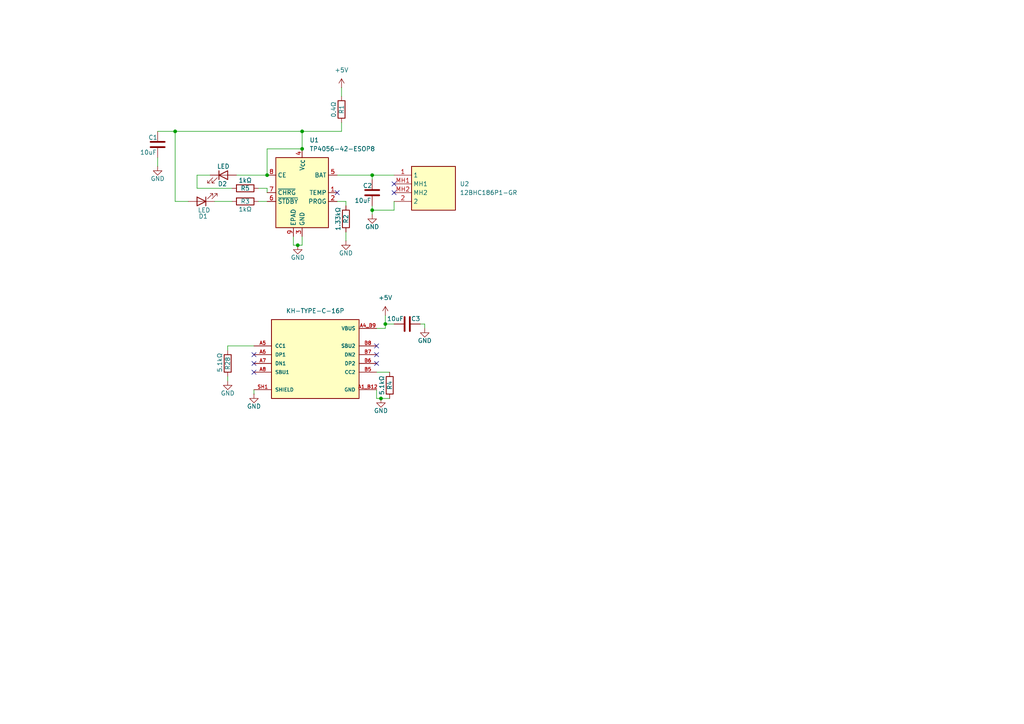
<source format=kicad_sch>
(kicad_sch
	(version 20250114)
	(generator "eeschema")
	(generator_version "9.0")
	(uuid "9cdbe64f-d579-4f0e-b24e-cfb5fe5b84f0")
	(paper "A4")
	(lib_symbols
		(symbol "Battery Holder:12BHC186P1-GR"
			(exclude_from_sim no)
			(in_bom yes)
			(on_board yes)
			(property "Reference" "U"
				(at 19.05 7.62 0)
				(effects
					(font
						(size 1.27 1.27)
					)
					(justify left top)
				)
			)
			(property "Value" "12BHC186P1-GR"
				(at 19.05 5.08 0)
				(effects
					(font
						(size 1.27 1.27)
					)
					(justify left top)
				)
			)
			(property "Footprint" "12BHC186P1GR"
				(at 19.05 -94.92 0)
				(effects
					(font
						(size 1.27 1.27)
					)
					(justify left top)
					(hide yes)
				)
			)
			(property "Datasheet" "https://www.mouser.co.il/datasheet/2/209/EaglePlastics_EPD_201001-1902272.pdf"
				(at 19.05 -194.92 0)
				(effects
					(font
						(size 1.27 1.27)
					)
					(justify left top)
					(hide yes)
				)
			)
			(property "Description" "1 \"18650\" Battery Holder"
				(at 0 0 0)
				(effects
					(font
						(size 1.27 1.27)
					)
					(hide yes)
				)
			)
			(property "Height" "20.5"
				(at 19.05 -394.92 0)
				(effects
					(font
						(size 1.27 1.27)
					)
					(justify left top)
					(hide yes)
				)
			)
			(property "Mouser Part Number" "12BHC186P1-GR"
				(at 19.05 -494.92 0)
				(effects
					(font
						(size 1.27 1.27)
					)
					(justify left top)
					(hide yes)
				)
			)
			(property "Mouser Price/Stock" "https://www.mouser.co.uk/ProductDetail/Eagle-Plastic-Devices/12BHC186P1-GR?qs=yqaQSyyJnNiNkNtwVjdKJQ%3D%3D"
				(at 19.05 -594.92 0)
				(effects
					(font
						(size 1.27 1.27)
					)
					(justify left top)
					(hide yes)
				)
			)
			(property "Manufacturer_Name" "Eagle Plastic Devices"
				(at 19.05 -694.92 0)
				(effects
					(font
						(size 1.27 1.27)
					)
					(justify left top)
					(hide yes)
				)
			)
			(property "Manufacturer_Part_Number" "12BHC186P1-GR"
				(at 19.05 -794.92 0)
				(effects
					(font
						(size 1.27 1.27)
					)
					(justify left top)
					(hide yes)
				)
			)
			(symbol "12BHC186P1-GR_1_1"
				(rectangle
					(start 5.08 2.54)
					(end 17.78 -10.16)
					(stroke
						(width 0.254)
						(type default)
					)
					(fill
						(type background)
					)
				)
				(pin passive line
					(at 0 0 0)
					(length 5.08)
					(name "1"
						(effects
							(font
								(size 1.27 1.27)
							)
						)
					)
					(number "1"
						(effects
							(font
								(size 1.27 1.27)
							)
						)
					)
				)
				(pin passive line
					(at 0 -2.54 0)
					(length 5.08)
					(name "MH1"
						(effects
							(font
								(size 1.27 1.27)
							)
						)
					)
					(number "MH1"
						(effects
							(font
								(size 1.27 1.27)
							)
						)
					)
				)
				(pin passive line
					(at 0 -5.08 0)
					(length 5.08)
					(name "MH2"
						(effects
							(font
								(size 1.27 1.27)
							)
						)
					)
					(number "MH2"
						(effects
							(font
								(size 1.27 1.27)
							)
						)
					)
				)
				(pin passive line
					(at 0 -7.62 0)
					(length 5.08)
					(name "2"
						(effects
							(font
								(size 1.27 1.27)
							)
						)
					)
					(number "2"
						(effects
							(font
								(size 1.27 1.27)
							)
						)
					)
				)
			)
			(embedded_fonts no)
		)
		(symbol "Battery_Management:TP4056-42-ESOP8"
			(exclude_from_sim no)
			(in_bom yes)
			(on_board yes)
			(property "Reference" "U"
				(at -6.604 11.684 0)
				(effects
					(font
						(size 1.27 1.27)
					)
				)
			)
			(property "Value" "TP4056-42-ESOP8"
				(at 10.16 11.684 0)
				(effects
					(font
						(size 1.27 1.27)
					)
				)
			)
			(property "Footprint" "Package_SO:SOIC-8-1EP_3.9x4.9mm_P1.27mm_EP2.41x3.3mm_ThermalVias"
				(at 0.508 -22.86 0)
				(effects
					(font
						(size 1.27 1.27)
					)
					(hide yes)
				)
			)
			(property "Datasheet" "https://www.lcsc.com/datasheet/lcsc_datasheet_2410121619_TOPPOWER-Nanjing-Extension-Microelectronics-TP4056-42-ESOP8_C16581.pdf"
				(at 0 -25.4 0)
				(effects
					(font
						(size 1.27 1.27)
					)
					(hide yes)
				)
			)
			(property "Description" "1A Standalone Linear Li-ion/LiPo single-cell battery charger, 4.2V ±1% charge voltage, VCC = 4.0..8.0V, SOIC-8 (SOP-8)"
				(at 0.508 -20.32 0)
				(effects
					(font
						(size 1.27 1.27)
					)
					(hide yes)
				)
			)
			(property "ki_keywords" "lithium-ion lithium-polymer Li-Poly"
				(at 0 0 0)
				(effects
					(font
						(size 1.27 1.27)
					)
					(hide yes)
				)
			)
			(property "ki_fp_filters" "*SO*3.9x4.*P1.27mm*EP2.4*x3.3*mm*"
				(at 0 0 0)
				(effects
					(font
						(size 1.27 1.27)
					)
					(hide yes)
				)
			)
			(symbol "TP4056-42-ESOP8_1_0"
				(pin input line
					(at -10.16 5.08 0)
					(length 2.54)
					(name "CE"
						(effects
							(font
								(size 1.27 1.27)
							)
						)
					)
					(number "8"
						(effects
							(font
								(size 1.27 1.27)
							)
						)
					)
				)
				(pin open_collector line
					(at -10.16 0 0)
					(length 2.54)
					(name "~{CHRG}"
						(effects
							(font
								(size 1.27 1.27)
							)
						)
					)
					(number "7"
						(effects
							(font
								(size 1.27 1.27)
							)
						)
					)
				)
				(pin open_collector line
					(at -10.16 -2.54 0)
					(length 2.54)
					(name "~{STDBY}"
						(effects
							(font
								(size 1.27 1.27)
							)
						)
					)
					(number "6"
						(effects
							(font
								(size 1.27 1.27)
							)
						)
					)
				)
				(pin passive line
					(at -2.54 -12.7 90)
					(length 2.54)
					(name "EPAD"
						(effects
							(font
								(size 1.27 1.27)
							)
						)
					)
					(number "9"
						(effects
							(font
								(size 1.27 1.27)
							)
						)
					)
				)
				(pin power_in line
					(at 0 12.7 270)
					(length 2.54)
					(name "V_{CC}"
						(effects
							(font
								(size 1.27 1.27)
							)
						)
					)
					(number "4"
						(effects
							(font
								(size 1.27 1.27)
							)
						)
					)
				)
				(pin power_in line
					(at 0 -12.7 90)
					(length 2.54)
					(name "GND"
						(effects
							(font
								(size 1.27 1.27)
							)
						)
					)
					(number "3"
						(effects
							(font
								(size 1.27 1.27)
							)
						)
					)
				)
				(pin power_out line
					(at 10.16 5.08 180)
					(length 2.54)
					(name "BAT"
						(effects
							(font
								(size 1.27 1.27)
							)
						)
					)
					(number "5"
						(effects
							(font
								(size 1.27 1.27)
							)
						)
					)
				)
				(pin input line
					(at 10.16 0 180)
					(length 2.54)
					(name "TEMP"
						(effects
							(font
								(size 1.27 1.27)
							)
						)
					)
					(number "1"
						(effects
							(font
								(size 1.27 1.27)
							)
						)
					)
				)
				(pin passive line
					(at 10.16 -2.54 180)
					(length 2.54)
					(name "PROG"
						(effects
							(font
								(size 1.27 1.27)
							)
						)
					)
					(number "2"
						(effects
							(font
								(size 1.27 1.27)
							)
						)
					)
				)
			)
			(symbol "TP4056-42-ESOP8_1_1"
				(rectangle
					(start -7.62 10.16)
					(end 7.62 -10.16)
					(stroke
						(width 0.254)
						(type default)
					)
					(fill
						(type background)
					)
				)
			)
			(embedded_fonts no)
		)
		(symbol "Device:C"
			(pin_numbers
				(hide yes)
			)
			(pin_names
				(offset 0.254)
			)
			(exclude_from_sim no)
			(in_bom yes)
			(on_board yes)
			(property "Reference" "C"
				(at 0.635 2.54 0)
				(effects
					(font
						(size 1.27 1.27)
					)
					(justify left)
				)
			)
			(property "Value" "C"
				(at 0.635 -2.54 0)
				(effects
					(font
						(size 1.27 1.27)
					)
					(justify left)
				)
			)
			(property "Footprint" ""
				(at 0.9652 -3.81 0)
				(effects
					(font
						(size 1.27 1.27)
					)
					(hide yes)
				)
			)
			(property "Datasheet" "~"
				(at 0 0 0)
				(effects
					(font
						(size 1.27 1.27)
					)
					(hide yes)
				)
			)
			(property "Description" "Unpolarized capacitor"
				(at 0 0 0)
				(effects
					(font
						(size 1.27 1.27)
					)
					(hide yes)
				)
			)
			(property "ki_keywords" "cap capacitor"
				(at 0 0 0)
				(effects
					(font
						(size 1.27 1.27)
					)
					(hide yes)
				)
			)
			(property "ki_fp_filters" "C_*"
				(at 0 0 0)
				(effects
					(font
						(size 1.27 1.27)
					)
					(hide yes)
				)
			)
			(symbol "C_0_1"
				(polyline
					(pts
						(xy -2.032 0.762) (xy 2.032 0.762)
					)
					(stroke
						(width 0.508)
						(type default)
					)
					(fill
						(type none)
					)
				)
				(polyline
					(pts
						(xy -2.032 -0.762) (xy 2.032 -0.762)
					)
					(stroke
						(width 0.508)
						(type default)
					)
					(fill
						(type none)
					)
				)
			)
			(symbol "C_1_1"
				(pin passive line
					(at 0 3.81 270)
					(length 2.794)
					(name "~"
						(effects
							(font
								(size 1.27 1.27)
							)
						)
					)
					(number "1"
						(effects
							(font
								(size 1.27 1.27)
							)
						)
					)
				)
				(pin passive line
					(at 0 -3.81 90)
					(length 2.794)
					(name "~"
						(effects
							(font
								(size 1.27 1.27)
							)
						)
					)
					(number "2"
						(effects
							(font
								(size 1.27 1.27)
							)
						)
					)
				)
			)
			(embedded_fonts no)
		)
		(symbol "Device:LED"
			(pin_numbers
				(hide yes)
			)
			(pin_names
				(offset 1.016)
				(hide yes)
			)
			(exclude_from_sim no)
			(in_bom yes)
			(on_board yes)
			(property "Reference" "D"
				(at 0 2.54 0)
				(effects
					(font
						(size 1.27 1.27)
					)
				)
			)
			(property "Value" "LED"
				(at 0 -2.54 0)
				(effects
					(font
						(size 1.27 1.27)
					)
				)
			)
			(property "Footprint" ""
				(at 0 0 0)
				(effects
					(font
						(size 1.27 1.27)
					)
					(hide yes)
				)
			)
			(property "Datasheet" "~"
				(at 0 0 0)
				(effects
					(font
						(size 1.27 1.27)
					)
					(hide yes)
				)
			)
			(property "Description" "Light emitting diode"
				(at 0 0 0)
				(effects
					(font
						(size 1.27 1.27)
					)
					(hide yes)
				)
			)
			(property "Sim.Pins" "1=K 2=A"
				(at 0 0 0)
				(effects
					(font
						(size 1.27 1.27)
					)
					(hide yes)
				)
			)
			(property "ki_keywords" "LED diode"
				(at 0 0 0)
				(effects
					(font
						(size 1.27 1.27)
					)
					(hide yes)
				)
			)
			(property "ki_fp_filters" "LED* LED_SMD:* LED_THT:*"
				(at 0 0 0)
				(effects
					(font
						(size 1.27 1.27)
					)
					(hide yes)
				)
			)
			(symbol "LED_0_1"
				(polyline
					(pts
						(xy -3.048 -0.762) (xy -4.572 -2.286) (xy -3.81 -2.286) (xy -4.572 -2.286) (xy -4.572 -1.524)
					)
					(stroke
						(width 0)
						(type default)
					)
					(fill
						(type none)
					)
				)
				(polyline
					(pts
						(xy -1.778 -0.762) (xy -3.302 -2.286) (xy -2.54 -2.286) (xy -3.302 -2.286) (xy -3.302 -1.524)
					)
					(stroke
						(width 0)
						(type default)
					)
					(fill
						(type none)
					)
				)
				(polyline
					(pts
						(xy -1.27 0) (xy 1.27 0)
					)
					(stroke
						(width 0)
						(type default)
					)
					(fill
						(type none)
					)
				)
				(polyline
					(pts
						(xy -1.27 -1.27) (xy -1.27 1.27)
					)
					(stroke
						(width 0.254)
						(type default)
					)
					(fill
						(type none)
					)
				)
				(polyline
					(pts
						(xy 1.27 -1.27) (xy 1.27 1.27) (xy -1.27 0) (xy 1.27 -1.27)
					)
					(stroke
						(width 0.254)
						(type default)
					)
					(fill
						(type none)
					)
				)
			)
			(symbol "LED_1_1"
				(pin passive line
					(at -3.81 0 0)
					(length 2.54)
					(name "K"
						(effects
							(font
								(size 1.27 1.27)
							)
						)
					)
					(number "1"
						(effects
							(font
								(size 1.27 1.27)
							)
						)
					)
				)
				(pin passive line
					(at 3.81 0 180)
					(length 2.54)
					(name "A"
						(effects
							(font
								(size 1.27 1.27)
							)
						)
					)
					(number "2"
						(effects
							(font
								(size 1.27 1.27)
							)
						)
					)
				)
			)
			(embedded_fonts no)
		)
		(symbol "Device:R"
			(pin_numbers
				(hide yes)
			)
			(pin_names
				(offset 0)
			)
			(exclude_from_sim no)
			(in_bom yes)
			(on_board yes)
			(property "Reference" "R"
				(at 2.032 0 90)
				(effects
					(font
						(size 1.27 1.27)
					)
				)
			)
			(property "Value" "R"
				(at 0 0 90)
				(effects
					(font
						(size 1.27 1.27)
					)
				)
			)
			(property "Footprint" ""
				(at -1.778 0 90)
				(effects
					(font
						(size 1.27 1.27)
					)
					(hide yes)
				)
			)
			(property "Datasheet" "~"
				(at 0 0 0)
				(effects
					(font
						(size 1.27 1.27)
					)
					(hide yes)
				)
			)
			(property "Description" "Resistor"
				(at 0 0 0)
				(effects
					(font
						(size 1.27 1.27)
					)
					(hide yes)
				)
			)
			(property "ki_keywords" "R res resistor"
				(at 0 0 0)
				(effects
					(font
						(size 1.27 1.27)
					)
					(hide yes)
				)
			)
			(property "ki_fp_filters" "R_*"
				(at 0 0 0)
				(effects
					(font
						(size 1.27 1.27)
					)
					(hide yes)
				)
			)
			(symbol "R_0_1"
				(rectangle
					(start -1.016 -2.54)
					(end 1.016 2.54)
					(stroke
						(width 0.254)
						(type default)
					)
					(fill
						(type none)
					)
				)
			)
			(symbol "R_1_1"
				(pin passive line
					(at 0 3.81 270)
					(length 1.27)
					(name "~"
						(effects
							(font
								(size 1.27 1.27)
							)
						)
					)
					(number "1"
						(effects
							(font
								(size 1.27 1.27)
							)
						)
					)
				)
				(pin passive line
					(at 0 -3.81 90)
					(length 1.27)
					(name "~"
						(effects
							(font
								(size 1.27 1.27)
							)
						)
					)
					(number "2"
						(effects
							(font
								(size 1.27 1.27)
							)
						)
					)
				)
			)
			(embedded_fonts no)
		)
		(symbol "Type C:KH-TYPE-C-16P"
			(pin_names
				(offset 1.016)
			)
			(exclude_from_sim no)
			(in_bom yes)
			(on_board yes)
			(property "Reference" "J"
				(at -12.7 10.922 0)
				(effects
					(font
						(size 1.27 1.27)
					)
					(justify left bottom)
				)
			)
			(property "Value" "KH-TYPE-C-16P"
				(at -12.7 -15.24 0)
				(effects
					(font
						(size 1.27 1.27)
					)
					(justify left bottom)
				)
			)
			(property "Footprint" "KH-TYPE-C-16P:KINGHELM_KH-TYPE-C-16P"
				(at 0 0 0)
				(effects
					(font
						(size 1.27 1.27)
					)
					(justify bottom)
					(hide yes)
				)
			)
			(property "Datasheet" ""
				(at 0 0 0)
				(effects
					(font
						(size 1.27 1.27)
					)
					(hide yes)
				)
			)
			(property "Description" ""
				(at 0 0 0)
				(effects
					(font
						(size 1.27 1.27)
					)
					(hide yes)
				)
			)
			(property "MF" "kinghelm"
				(at 0 0 0)
				(effects
					(font
						(size 1.27 1.27)
					)
					(justify bottom)
					(hide yes)
				)
			)
			(property "MAXIMUM_PACKAGE_HEIGHT" "3.41mm"
				(at 0 0 0)
				(effects
					(font
						(size 1.27 1.27)
					)
					(justify bottom)
					(hide yes)
				)
			)
			(property "Package" "None"
				(at 0 0 0)
				(effects
					(font
						(size 1.27 1.27)
					)
					(justify bottom)
					(hide yes)
				)
			)
			(property "Price" "None"
				(at 0 0 0)
				(effects
					(font
						(size 1.27 1.27)
					)
					(justify bottom)
					(hide yes)
				)
			)
			(property "Check_prices" "https://www.snapeda.com/parts/KH-TYPE-C-16P/Kinghelm/view-part/?ref=eda"
				(at 0 0 0)
				(effects
					(font
						(size 1.27 1.27)
					)
					(justify bottom)
					(hide yes)
				)
			)
			(property "STANDARD" "Manufacturer Recommendations"
				(at 0 0 0)
				(effects
					(font
						(size 1.27 1.27)
					)
					(justify bottom)
					(hide yes)
				)
			)
			(property "PARTREV" "A0"
				(at 0 0 0)
				(effects
					(font
						(size 1.27 1.27)
					)
					(justify bottom)
					(hide yes)
				)
			)
			(property "SnapEDA_Link" "https://www.snapeda.com/parts/KH-TYPE-C-16P/Kinghelm/view-part/?ref=snap"
				(at 0 0 0)
				(effects
					(font
						(size 1.27 1.27)
					)
					(justify bottom)
					(hide yes)
				)
			)
			(property "MP" "KH-TYPE-C-16P"
				(at 0 0 0)
				(effects
					(font
						(size 1.27 1.27)
					)
					(justify bottom)
					(hide yes)
				)
			)
			(property "Description_1" ""
				(at 0 0 0)
				(effects
					(font
						(size 1.27 1.27)
					)
					(justify bottom)
					(hide yes)
				)
			)
			(property "SNAPEDA_PN" "KH-TYPE-C-16P"
				(at 0 0 0)
				(effects
					(font
						(size 1.27 1.27)
					)
					(justify bottom)
					(hide yes)
				)
			)
			(property "Availability" "Not in stock"
				(at 0 0 0)
				(effects
					(font
						(size 1.27 1.27)
					)
					(justify bottom)
					(hide yes)
				)
			)
			(property "MANUFACTURER" "Kinghelm"
				(at 0 0 0)
				(effects
					(font
						(size 1.27 1.27)
					)
					(justify bottom)
					(hide yes)
				)
			)
			(symbol "KH-TYPE-C-16P_0_0"
				(rectangle
					(start -12.7 -12.7)
					(end 12.7 10.16)
					(stroke
						(width 0.254)
						(type default)
					)
					(fill
						(type background)
					)
				)
				(pin bidirectional line
					(at -17.78 2.54 0)
					(length 5.08)
					(name "CC1"
						(effects
							(font
								(size 1.016 1.016)
							)
						)
					)
					(number "A5"
						(effects
							(font
								(size 1.016 1.016)
							)
						)
					)
				)
				(pin bidirectional line
					(at -17.78 0 0)
					(length 5.08)
					(name "DP1"
						(effects
							(font
								(size 1.016 1.016)
							)
						)
					)
					(number "A6"
						(effects
							(font
								(size 1.016 1.016)
							)
						)
					)
				)
				(pin bidirectional line
					(at -17.78 -2.54 0)
					(length 5.08)
					(name "DN1"
						(effects
							(font
								(size 1.016 1.016)
							)
						)
					)
					(number "A7"
						(effects
							(font
								(size 1.016 1.016)
							)
						)
					)
				)
				(pin bidirectional line
					(at -17.78 -5.08 0)
					(length 5.08)
					(name "SBU1"
						(effects
							(font
								(size 1.016 1.016)
							)
						)
					)
					(number "A8"
						(effects
							(font
								(size 1.016 1.016)
							)
						)
					)
				)
				(pin passive line
					(at -17.78 -10.16 0)
					(length 5.08)
					(name "SHIELD"
						(effects
							(font
								(size 1.016 1.016)
							)
						)
					)
					(number "SH1"
						(effects
							(font
								(size 1.016 1.016)
							)
						)
					)
				)
				(pin passive line
					(at -17.78 -10.16 0)
					(length 5.08)
					(hide yes)
					(name "SHIELD"
						(effects
							(font
								(size 1.016 1.016)
							)
						)
					)
					(number "SH2"
						(effects
							(font
								(size 1.016 1.016)
							)
						)
					)
				)
				(pin passive line
					(at -17.78 -10.16 0)
					(length 5.08)
					(hide yes)
					(name "SHIELD"
						(effects
							(font
								(size 1.016 1.016)
							)
						)
					)
					(number "SH3"
						(effects
							(font
								(size 1.016 1.016)
							)
						)
					)
				)
				(pin passive line
					(at -17.78 -10.16 0)
					(length 5.08)
					(hide yes)
					(name "SHIELD"
						(effects
							(font
								(size 1.016 1.016)
							)
						)
					)
					(number "SH4"
						(effects
							(font
								(size 1.016 1.016)
							)
						)
					)
				)
				(pin power_in line
					(at 17.78 7.62 180)
					(length 5.08)
					(name "VBUS"
						(effects
							(font
								(size 1.016 1.016)
							)
						)
					)
					(number "A4_B9"
						(effects
							(font
								(size 1.016 1.016)
							)
						)
					)
				)
				(pin power_in line
					(at 17.78 7.62 180)
					(length 5.08)
					(hide yes)
					(name "VBUS"
						(effects
							(font
								(size 1.016 1.016)
							)
						)
					)
					(number "A9_B4"
						(effects
							(font
								(size 1.016 1.016)
							)
						)
					)
				)
				(pin bidirectional line
					(at 17.78 2.54 180)
					(length 5.08)
					(name "SBU2"
						(effects
							(font
								(size 1.016 1.016)
							)
						)
					)
					(number "B8"
						(effects
							(font
								(size 1.016 1.016)
							)
						)
					)
				)
				(pin bidirectional line
					(at 17.78 0 180)
					(length 5.08)
					(name "DN2"
						(effects
							(font
								(size 1.016 1.016)
							)
						)
					)
					(number "B7"
						(effects
							(font
								(size 1.016 1.016)
							)
						)
					)
				)
				(pin bidirectional line
					(at 17.78 -2.54 180)
					(length 5.08)
					(name "DP2"
						(effects
							(font
								(size 1.016 1.016)
							)
						)
					)
					(number "B6"
						(effects
							(font
								(size 1.016 1.016)
							)
						)
					)
				)
				(pin bidirectional line
					(at 17.78 -5.08 180)
					(length 5.08)
					(name "CC2"
						(effects
							(font
								(size 1.016 1.016)
							)
						)
					)
					(number "B5"
						(effects
							(font
								(size 1.016 1.016)
							)
						)
					)
				)
				(pin power_in line
					(at 17.78 -10.16 180)
					(length 5.08)
					(hide yes)
					(name "GND"
						(effects
							(font
								(size 1.016 1.016)
							)
						)
					)
					(number "A12_B1"
						(effects
							(font
								(size 1.016 1.016)
							)
						)
					)
				)
				(pin power_in line
					(at 17.78 -10.16 180)
					(length 5.08)
					(name "GND"
						(effects
							(font
								(size 1.016 1.016)
							)
						)
					)
					(number "A1_B12"
						(effects
							(font
								(size 1.016 1.016)
							)
						)
					)
				)
			)
			(embedded_fonts no)
		)
		(symbol "power:+5V"
			(power)
			(pin_numbers
				(hide yes)
			)
			(pin_names
				(offset 0)
				(hide yes)
			)
			(exclude_from_sim no)
			(in_bom yes)
			(on_board yes)
			(property "Reference" "#PWR"
				(at 0 -3.81 0)
				(effects
					(font
						(size 1.27 1.27)
					)
					(hide yes)
				)
			)
			(property "Value" "+5V"
				(at 0 3.556 0)
				(effects
					(font
						(size 1.27 1.27)
					)
				)
			)
			(property "Footprint" ""
				(at 0 0 0)
				(effects
					(font
						(size 1.27 1.27)
					)
					(hide yes)
				)
			)
			(property "Datasheet" ""
				(at 0 0 0)
				(effects
					(font
						(size 1.27 1.27)
					)
					(hide yes)
				)
			)
			(property "Description" "Power symbol creates a global label with name \"+5V\""
				(at 0 0 0)
				(effects
					(font
						(size 1.27 1.27)
					)
					(hide yes)
				)
			)
			(property "ki_keywords" "global power"
				(at 0 0 0)
				(effects
					(font
						(size 1.27 1.27)
					)
					(hide yes)
				)
			)
			(symbol "+5V_0_1"
				(polyline
					(pts
						(xy -0.762 1.27) (xy 0 2.54)
					)
					(stroke
						(width 0)
						(type default)
					)
					(fill
						(type none)
					)
				)
				(polyline
					(pts
						(xy 0 2.54) (xy 0.762 1.27)
					)
					(stroke
						(width 0)
						(type default)
					)
					(fill
						(type none)
					)
				)
				(polyline
					(pts
						(xy 0 0) (xy 0 2.54)
					)
					(stroke
						(width 0)
						(type default)
					)
					(fill
						(type none)
					)
				)
			)
			(symbol "+5V_1_1"
				(pin power_in line
					(at 0 0 90)
					(length 0)
					(name "~"
						(effects
							(font
								(size 1.27 1.27)
							)
						)
					)
					(number "1"
						(effects
							(font
								(size 1.27 1.27)
							)
						)
					)
				)
			)
			(embedded_fonts no)
		)
		(symbol "power:GND"
			(power)
			(pin_numbers
				(hide yes)
			)
			(pin_names
				(offset 0)
				(hide yes)
			)
			(exclude_from_sim no)
			(in_bom yes)
			(on_board yes)
			(property "Reference" "#PWR"
				(at 0 -6.35 0)
				(effects
					(font
						(size 1.27 1.27)
					)
					(hide yes)
				)
			)
			(property "Value" "GND"
				(at 0 -3.81 0)
				(effects
					(font
						(size 1.27 1.27)
					)
				)
			)
			(property "Footprint" ""
				(at 0 0 0)
				(effects
					(font
						(size 1.27 1.27)
					)
					(hide yes)
				)
			)
			(property "Datasheet" ""
				(at 0 0 0)
				(effects
					(font
						(size 1.27 1.27)
					)
					(hide yes)
				)
			)
			(property "Description" "Power symbol creates a global label with name \"GND\" , ground"
				(at 0 0 0)
				(effects
					(font
						(size 1.27 1.27)
					)
					(hide yes)
				)
			)
			(property "ki_keywords" "global power"
				(at 0 0 0)
				(effects
					(font
						(size 1.27 1.27)
					)
					(hide yes)
				)
			)
			(symbol "GND_0_1"
				(polyline
					(pts
						(xy 0 0) (xy 0 -1.27) (xy 1.27 -1.27) (xy 0 -2.54) (xy -1.27 -1.27) (xy 0 -1.27)
					)
					(stroke
						(width 0)
						(type default)
					)
					(fill
						(type none)
					)
				)
			)
			(symbol "GND_1_1"
				(pin power_in line
					(at 0 0 270)
					(length 0)
					(name "~"
						(effects
							(font
								(size 1.27 1.27)
							)
						)
					)
					(number "1"
						(effects
							(font
								(size 1.27 1.27)
							)
						)
					)
				)
			)
			(embedded_fonts no)
		)
	)
	(junction
		(at 111.76 93.98)
		(diameter 0)
		(color 0 0 0 0)
		(uuid "15a9168a-c62b-4491-b2bc-2f4621fb4e42")
	)
	(junction
		(at 107.95 60.96)
		(diameter 0)
		(color 0 0 0 0)
		(uuid "65845a2a-ca40-4bf0-9e24-cafd2401d7c2")
	)
	(junction
		(at 87.63 38.1)
		(diameter 0)
		(color 0 0 0 0)
		(uuid "6d52cba5-56d1-4009-9a0f-311e472082d2")
	)
	(junction
		(at 77.47 50.8)
		(diameter 0)
		(color 0 0 0 0)
		(uuid "73747dd9-4e2f-464e-b3cf-48b858a4bad7")
	)
	(junction
		(at 50.8 38.1)
		(diameter 0)
		(color 0 0 0 0)
		(uuid "7690a659-cdc5-4150-b5e9-7bc380be94b4")
	)
	(junction
		(at 87.63 43.18)
		(diameter 0)
		(color 0 0 0 0)
		(uuid "772fdd3a-a2f9-4b8a-800a-c5a1e8eec79d")
	)
	(junction
		(at 110.49 115.57)
		(diameter 0)
		(color 0 0 0 0)
		(uuid "ae73f342-ba51-495e-a633-f08857718ec1")
	)
	(junction
		(at 107.95 50.8)
		(diameter 0)
		(color 0 0 0 0)
		(uuid "bc6288ac-abad-4320-aa20-08f5f71fddc8")
	)
	(junction
		(at 86.36 71.12)
		(diameter 0)
		(color 0 0 0 0)
		(uuid "c92fa19f-601e-4e6f-aefa-ee6778708130")
	)
	(no_connect
		(at 73.66 105.41)
		(uuid "0940eadd-5177-49c3-9404-46d74050c5b4")
	)
	(no_connect
		(at 114.3 53.34)
		(uuid "2b3cd92e-1580-454c-9ae0-f0ecda699d4b")
	)
	(no_connect
		(at 97.79 55.88)
		(uuid "37351b67-77c4-44c3-ac48-7092174fa1b0")
	)
	(no_connect
		(at 114.3 55.88)
		(uuid "4c919460-2c5f-4247-baaa-eaeef9cad157")
	)
	(no_connect
		(at 109.22 105.41)
		(uuid "757c92c0-df34-4888-b09e-8b8344b66336")
	)
	(no_connect
		(at 73.66 102.87)
		(uuid "83b07e28-1261-47a9-aaad-de0b0e26b43d")
	)
	(no_connect
		(at 109.22 102.87)
		(uuid "b9d76b02-aa23-486c-89e7-5e552793b7d2")
	)
	(no_connect
		(at 109.22 100.33)
		(uuid "d3083f83-3340-454e-bf8e-9912bbdae74b")
	)
	(no_connect
		(at 73.66 107.95)
		(uuid "e8b587e7-12c8-4a57-95ce-c93ea2def68e")
	)
	(wire
		(pts
			(xy 45.72 38.1) (xy 50.8 38.1)
		)
		(stroke
			(width 0)
			(type default)
		)
		(uuid "00308290-37b1-429f-832b-bf2d19d94f15")
	)
	(wire
		(pts
			(xy 60.96 50.8) (xy 57.15 50.8)
		)
		(stroke
			(width 0)
			(type default)
		)
		(uuid "0899734b-3402-45ae-bfe0-f7c963a64500")
	)
	(wire
		(pts
			(xy 111.76 91.44) (xy 111.76 93.98)
		)
		(stroke
			(width 0)
			(type default)
		)
		(uuid "092c9f12-bdd4-4e1d-aada-83e29a1205b7")
	)
	(wire
		(pts
			(xy 107.95 60.96) (xy 107.95 62.23)
		)
		(stroke
			(width 0)
			(type default)
		)
		(uuid "10402967-9687-415f-ac58-392f0ea4e7dd")
	)
	(wire
		(pts
			(xy 109.22 107.95) (xy 113.03 107.95)
		)
		(stroke
			(width 0)
			(type default)
		)
		(uuid "1559aac3-cbc2-4dcf-a7d8-9ff0451a6d0d")
	)
	(wire
		(pts
			(xy 50.8 38.1) (xy 50.8 58.42)
		)
		(stroke
			(width 0)
			(type default)
		)
		(uuid "17af0b5a-5e7b-4248-a6f1-ab83f5359c80")
	)
	(wire
		(pts
			(xy 109.22 113.03) (xy 109.22 115.57)
		)
		(stroke
			(width 0)
			(type default)
		)
		(uuid "18feb4cf-3ca4-424a-8112-9cd6150efa5a")
	)
	(wire
		(pts
			(xy 87.63 43.18) (xy 77.47 43.18)
		)
		(stroke
			(width 0)
			(type default)
		)
		(uuid "25605338-244b-466f-8b81-747bb6607be4")
	)
	(wire
		(pts
			(xy 111.76 95.25) (xy 109.22 95.25)
		)
		(stroke
			(width 0)
			(type default)
		)
		(uuid "2583ae19-bfde-456f-bd38-50554af2610b")
	)
	(wire
		(pts
			(xy 66.04 109.22) (xy 66.04 110.49)
		)
		(stroke
			(width 0)
			(type default)
		)
		(uuid "28010bb6-6852-4605-bd07-06e9244726d4")
	)
	(wire
		(pts
			(xy 87.63 71.12) (xy 87.63 68.58)
		)
		(stroke
			(width 0)
			(type default)
		)
		(uuid "2836d305-0591-4994-b17b-d457a17b195d")
	)
	(wire
		(pts
			(xy 110.49 115.57) (xy 113.03 115.57)
		)
		(stroke
			(width 0)
			(type default)
		)
		(uuid "29f13771-a4a7-430a-92bd-df9d40fa9a50")
	)
	(wire
		(pts
			(xy 100.33 59.69) (xy 100.33 58.42)
		)
		(stroke
			(width 0)
			(type default)
		)
		(uuid "354cf6aa-e7f9-4c91-88cc-7b6b90601e63")
	)
	(wire
		(pts
			(xy 62.23 58.42) (xy 67.31 58.42)
		)
		(stroke
			(width 0)
			(type default)
		)
		(uuid "368550ca-bea0-4120-bc12-6be939b63342")
	)
	(wire
		(pts
			(xy 114.3 58.42) (xy 114.3 60.96)
		)
		(stroke
			(width 0)
			(type default)
		)
		(uuid "39adc76b-62fe-4ce3-829c-7cfbe2290c5e")
	)
	(wire
		(pts
			(xy 85.09 68.58) (xy 85.09 71.12)
		)
		(stroke
			(width 0)
			(type default)
		)
		(uuid "4039be7a-54c9-44ce-8419-789390dd471b")
	)
	(wire
		(pts
			(xy 123.19 93.98) (xy 121.92 93.98)
		)
		(stroke
			(width 0)
			(type default)
		)
		(uuid "473d7959-f18f-403c-967f-d9f4e0320989")
	)
	(wire
		(pts
			(xy 123.19 93.98) (xy 123.19 95.25)
		)
		(stroke
			(width 0)
			(type default)
		)
		(uuid "4ad3a294-952a-4d3e-ae99-3181a4d091a6")
	)
	(wire
		(pts
			(xy 111.76 93.98) (xy 114.3 93.98)
		)
		(stroke
			(width 0)
			(type default)
		)
		(uuid "4d41ff5d-be87-4e64-8682-8a68f56ad057")
	)
	(wire
		(pts
			(xy 74.93 54.61) (xy 77.47 54.61)
		)
		(stroke
			(width 0)
			(type default)
		)
		(uuid "53a34136-9a1d-4d14-bb0a-f634efcf9aa8")
	)
	(wire
		(pts
			(xy 73.66 113.03) (xy 73.66 114.3)
		)
		(stroke
			(width 0)
			(type default)
		)
		(uuid "61511a34-10f0-4362-bcbe-d91fb4dec88f")
	)
	(wire
		(pts
			(xy 107.95 52.07) (xy 107.95 50.8)
		)
		(stroke
			(width 0)
			(type default)
		)
		(uuid "65105aea-92b6-44e1-bec0-93e2e2bdbf7b")
	)
	(wire
		(pts
			(xy 99.06 25.4) (xy 99.06 27.94)
		)
		(stroke
			(width 0)
			(type default)
		)
		(uuid "6541a493-3e9c-4f42-acde-52fa48f937fc")
	)
	(wire
		(pts
			(xy 85.09 71.12) (xy 86.36 71.12)
		)
		(stroke
			(width 0)
			(type default)
		)
		(uuid "67248998-6138-4cb4-8657-47cfa30f3b2d")
	)
	(wire
		(pts
			(xy 57.15 54.61) (xy 67.31 54.61)
		)
		(stroke
			(width 0)
			(type default)
		)
		(uuid "6806950b-1c00-4a8e-b29c-dc0d405281bb")
	)
	(wire
		(pts
			(xy 74.93 58.42) (xy 77.47 58.42)
		)
		(stroke
			(width 0)
			(type default)
		)
		(uuid "6926e62d-4ca0-440b-a47e-75e161951b05")
	)
	(wire
		(pts
			(xy 100.33 58.42) (xy 97.79 58.42)
		)
		(stroke
			(width 0)
			(type default)
		)
		(uuid "6c6c8611-9097-418c-a5b0-3fbd058bf45a")
	)
	(wire
		(pts
			(xy 111.76 93.98) (xy 111.76 95.25)
		)
		(stroke
			(width 0)
			(type default)
		)
		(uuid "6cfcea0d-96ee-4c63-a2ca-264a82091566")
	)
	(wire
		(pts
			(xy 114.3 60.96) (xy 107.95 60.96)
		)
		(stroke
			(width 0)
			(type default)
		)
		(uuid "78eaaa4c-575e-4c09-ba3f-771fe53ad6ed")
	)
	(wire
		(pts
			(xy 50.8 38.1) (xy 87.63 38.1)
		)
		(stroke
			(width 0)
			(type default)
		)
		(uuid "7a6de728-51c3-47ea-b33f-5cccfc076e1c")
	)
	(wire
		(pts
			(xy 77.47 54.61) (xy 77.47 55.88)
		)
		(stroke
			(width 0)
			(type default)
		)
		(uuid "8746390d-94c3-49c6-b541-5f6ee0a3d411")
	)
	(wire
		(pts
			(xy 50.8 58.42) (xy 54.61 58.42)
		)
		(stroke
			(width 0)
			(type default)
		)
		(uuid "8bf556b3-5226-4b17-a925-6ff4a095eeaa")
	)
	(wire
		(pts
			(xy 86.36 71.12) (xy 87.63 71.12)
		)
		(stroke
			(width 0)
			(type default)
		)
		(uuid "92f82192-8811-475e-bf91-ba92e7178b98")
	)
	(wire
		(pts
			(xy 100.33 67.31) (xy 100.33 69.85)
		)
		(stroke
			(width 0)
			(type default)
		)
		(uuid "9c1442e2-df31-4403-b555-29586a398a0e")
	)
	(wire
		(pts
			(xy 107.95 59.69) (xy 107.95 60.96)
		)
		(stroke
			(width 0)
			(type default)
		)
		(uuid "b76dc0ea-a16d-4a93-aad0-2b733dde4457")
	)
	(wire
		(pts
			(xy 68.58 50.8) (xy 77.47 50.8)
		)
		(stroke
			(width 0)
			(type default)
		)
		(uuid "c7e3bb0c-877a-4c72-9767-5c3d3a5e3a23")
	)
	(wire
		(pts
			(xy 97.79 50.8) (xy 107.95 50.8)
		)
		(stroke
			(width 0)
			(type default)
		)
		(uuid "c8b27880-80e4-4b24-b770-774e46d7e9b1")
	)
	(wire
		(pts
			(xy 87.63 38.1) (xy 99.06 38.1)
		)
		(stroke
			(width 0)
			(type default)
		)
		(uuid "c940e563-4b05-4a58-a9bd-e15285c737b2")
	)
	(wire
		(pts
			(xy 87.63 38.1) (xy 87.63 43.18)
		)
		(stroke
			(width 0)
			(type default)
		)
		(uuid "ca31ed6d-ef76-440d-a94a-a601396db2ae")
	)
	(wire
		(pts
			(xy 66.04 100.33) (xy 66.04 101.6)
		)
		(stroke
			(width 0)
			(type default)
		)
		(uuid "d6c97a57-0fcb-485f-85f4-b5bf577c40e1")
	)
	(wire
		(pts
			(xy 45.72 45.72) (xy 45.72 48.26)
		)
		(stroke
			(width 0)
			(type default)
		)
		(uuid "dc59f9a2-f9ac-48f2-9639-82353907a950")
	)
	(wire
		(pts
			(xy 77.47 43.18) (xy 77.47 50.8)
		)
		(stroke
			(width 0)
			(type default)
		)
		(uuid "ee11b584-4e29-49cb-aa2a-624fb8769ef6")
	)
	(wire
		(pts
			(xy 110.49 115.57) (xy 109.22 115.57)
		)
		(stroke
			(width 0)
			(type default)
		)
		(uuid "eedf66cf-92f8-4fec-aa1e-6acacb3542b5")
	)
	(wire
		(pts
			(xy 73.66 100.33) (xy 66.04 100.33)
		)
		(stroke
			(width 0)
			(type default)
		)
		(uuid "efe45ed1-6669-4160-83d6-4c466ce9c8ec")
	)
	(wire
		(pts
			(xy 57.15 50.8) (xy 57.15 54.61)
		)
		(stroke
			(width 0)
			(type default)
		)
		(uuid "f20b641e-5a9d-4fcd-8057-26a751559f80")
	)
	(wire
		(pts
			(xy 107.95 50.8) (xy 114.3 50.8)
		)
		(stroke
			(width 0)
			(type default)
		)
		(uuid "f3687c52-fcec-4169-ae61-4e9b9038e1b4")
	)
	(wire
		(pts
			(xy 99.06 38.1) (xy 99.06 35.56)
		)
		(stroke
			(width 0)
			(type default)
		)
		(uuid "fa175c93-27ba-4986-afcd-1737589ca267")
	)
	(symbol
		(lib_id "Device:LED")
		(at 64.77 50.8 0)
		(unit 1)
		(exclude_from_sim no)
		(in_bom yes)
		(on_board yes)
		(dnp no)
		(uuid "010d62f5-8fcb-4a8a-b793-fc498db2d76e")
		(property "Reference" "D2"
			(at 64.516 53.34 0)
			(effects
				(font
					(size 1.27 1.27)
				)
			)
		)
		(property "Value" "LED"
			(at 64.77 48.26 0)
			(effects
				(font
					(size 1.27 1.27)
				)
			)
		)
		(property "Footprint" "LED_SMD:LED_0603_1608Metric"
			(at 64.77 50.8 0)
			(effects
				(font
					(size 1.27 1.27)
				)
				(hide yes)
			)
		)
		(property "Datasheet" "~"
			(at 64.77 50.8 0)
			(effects
				(font
					(size 1.27 1.27)
				)
				(hide yes)
			)
		)
		(property "Description" "Light emitting diode RED"
			(at 64.77 50.8 0)
			(effects
				(font
					(size 1.27 1.27)
				)
				(hide yes)
			)
		)
		(property "Sim.Pins" "1=K 2=A"
			(at 64.77 50.8 0)
			(effects
				(font
					(size 1.27 1.27)
				)
				(hide yes)
			)
		)
		(pin "2"
			(uuid "62cf57e4-be84-4e07-af5f-a5697ce89ac1")
		)
		(pin "1"
			(uuid "dde71880-b35c-4009-8276-747ede15bb6a")
		)
		(instances
			(project "The Li-ion Charger"
				(path "/9cdbe64f-d579-4f0e-b24e-cfb5fe5b84f0"
					(reference "D2")
					(unit 1)
				)
			)
		)
	)
	(symbol
		(lib_id "power:GND")
		(at 73.66 114.3 0)
		(unit 1)
		(exclude_from_sim no)
		(in_bom yes)
		(on_board yes)
		(dnp no)
		(uuid "07874fde-18fb-4dad-b8ea-bc3330a6d6ec")
		(property "Reference" "#PWR015"
			(at 73.66 120.65 0)
			(effects
				(font
					(size 1.27 1.27)
				)
				(hide yes)
			)
		)
		(property "Value" "GND"
			(at 73.66 117.856 0)
			(effects
				(font
					(size 1.27 1.27)
				)
			)
		)
		(property "Footprint" ""
			(at 73.66 114.3 0)
			(effects
				(font
					(size 1.27 1.27)
				)
				(hide yes)
			)
		)
		(property "Datasheet" ""
			(at 73.66 114.3 0)
			(effects
				(font
					(size 1.27 1.27)
				)
				(hide yes)
			)
		)
		(property "Description" "Power symbol creates a global label with name \"GND\" , ground"
			(at 73.66 114.3 0)
			(effects
				(font
					(size 1.27 1.27)
				)
				(hide yes)
			)
		)
		(pin "1"
			(uuid "21218b02-1c84-4f9f-9b18-8d7cfae3c8ae")
		)
		(instances
			(project "The Li-ion Charger"
				(path "/9cdbe64f-d579-4f0e-b24e-cfb5fe5b84f0"
					(reference "#PWR015")
					(unit 1)
				)
			)
		)
	)
	(symbol
		(lib_id "Device:R")
		(at 71.12 58.42 90)
		(unit 1)
		(exclude_from_sim no)
		(in_bom yes)
		(on_board yes)
		(dnp no)
		(uuid "28d8ccb1-17d3-4e71-a94f-5f9239f21edd")
		(property "Reference" "R3"
			(at 71.12 58.42 90)
			(effects
				(font
					(size 1.27 1.27)
				)
			)
		)
		(property "Value" "1kΩ"
			(at 71.12 60.706 90)
			(effects
				(font
					(size 1.27 1.27)
				)
			)
		)
		(property "Footprint" "Resistor_SMD:R_0805_2012Metric"
			(at 71.12 60.198 90)
			(effects
				(font
					(size 1.27 1.27)
				)
				(hide yes)
			)
		)
		(property "Datasheet" "~"
			(at 71.12 58.42 0)
			(effects
				(font
					(size 1.27 1.27)
				)
				(hide yes)
			)
		)
		(property "Description" "Resistor"
			(at 71.12 58.42 0)
			(effects
				(font
					(size 1.27 1.27)
				)
				(hide yes)
			)
		)
		(pin "2"
			(uuid "bb7ddccc-97ef-4f6f-969c-f520c84dcec5")
		)
		(pin "1"
			(uuid "b9f07ae3-68d2-454c-9a9a-a1e0bc11d298")
		)
		(instances
			(project "The Li-ion Charger"
				(path "/9cdbe64f-d579-4f0e-b24e-cfb5fe5b84f0"
					(reference "R3")
					(unit 1)
				)
			)
		)
	)
	(symbol
		(lib_id "Device:R")
		(at 113.03 111.76 0)
		(unit 1)
		(exclude_from_sim no)
		(in_bom yes)
		(on_board yes)
		(dnp no)
		(uuid "296f5a92-1752-4a23-88f8-7ca5bb7e7b78")
		(property "Reference" "R4"
			(at 113.03 111.76 90)
			(effects
				(font
					(size 1.27 1.27)
				)
			)
		)
		(property "Value" "5.1kΩ"
			(at 110.744 111.76 90)
			(effects
				(font
					(size 1.27 1.27)
				)
			)
		)
		(property "Footprint" "Resistor_SMD:R_0805_2012Metric"
			(at 111.252 111.76 90)
			(effects
				(font
					(size 1.27 1.27)
				)
				(hide yes)
			)
		)
		(property "Datasheet" "~"
			(at 113.03 111.76 0)
			(effects
				(font
					(size 1.27 1.27)
				)
				(hide yes)
			)
		)
		(property "Description" "Resistor"
			(at 113.03 111.76 0)
			(effects
				(font
					(size 1.27 1.27)
				)
				(hide yes)
			)
		)
		(pin "2"
			(uuid "b18e14e4-eb94-4c03-a67c-0c4f567fdc9c")
		)
		(pin "1"
			(uuid "5b59961f-b698-4dd0-9beb-adf4a35264a0")
		)
		(instances
			(project "The Li-ion Charger"
				(path "/9cdbe64f-d579-4f0e-b24e-cfb5fe5b84f0"
					(reference "R4")
					(unit 1)
				)
			)
		)
	)
	(symbol
		(lib_id "Device:C")
		(at 107.95 55.88 180)
		(unit 1)
		(exclude_from_sim no)
		(in_bom yes)
		(on_board yes)
		(dnp no)
		(uuid "3acf30a1-a330-497f-9f06-330425873e6b")
		(property "Reference" "C2"
			(at 107.95 53.848 0)
			(effects
				(font
					(size 1.27 1.27)
				)
				(justify left)
			)
		)
		(property "Value" "10uF"
			(at 107.696 58.166 0)
			(effects
				(font
					(size 1.27 1.27)
				)
				(justify left)
			)
		)
		(property "Footprint" "Capacitor_SMD:C_0805_2012Metric"
			(at 106.9848 52.07 0)
			(effects
				(font
					(size 1.27 1.27)
				)
				(hide yes)
			)
		)
		(property "Datasheet" "~"
			(at 107.95 55.88 0)
			(effects
				(font
					(size 1.27 1.27)
				)
				(hide yes)
			)
		)
		(property "Description" "Unpolarized capacitor"
			(at 107.95 55.88 0)
			(effects
				(font
					(size 1.27 1.27)
				)
				(hide yes)
			)
		)
		(pin "1"
			(uuid "e83a06dc-7d39-4d44-8a65-cb10877e20c7")
		)
		(pin "2"
			(uuid "f9a4795c-9cf7-4e52-a635-013dbef849be")
		)
		(instances
			(project "The Li-ion Charger"
				(path "/9cdbe64f-d579-4f0e-b24e-cfb5fe5b84f0"
					(reference "C2")
					(unit 1)
				)
			)
		)
	)
	(symbol
		(lib_id "power:GND")
		(at 66.04 110.49 0)
		(unit 1)
		(exclude_from_sim no)
		(in_bom yes)
		(on_board yes)
		(dnp no)
		(uuid "4c7d799b-d27f-40fc-b885-0060a50aecb4")
		(property "Reference" "#PWR011"
			(at 66.04 116.84 0)
			(effects
				(font
					(size 1.27 1.27)
				)
				(hide yes)
			)
		)
		(property "Value" "GND"
			(at 66.04 114.046 0)
			(effects
				(font
					(size 1.27 1.27)
				)
			)
		)
		(property "Footprint" ""
			(at 66.04 110.49 0)
			(effects
				(font
					(size 1.27 1.27)
				)
				(hide yes)
			)
		)
		(property "Datasheet" ""
			(at 66.04 110.49 0)
			(effects
				(font
					(size 1.27 1.27)
				)
				(hide yes)
			)
		)
		(property "Description" "Power symbol creates a global label with name \"GND\" , ground"
			(at 66.04 110.49 0)
			(effects
				(font
					(size 1.27 1.27)
				)
				(hide yes)
			)
		)
		(pin "1"
			(uuid "b0fc3d53-99c7-49e5-b035-3a6dec5f83d8")
		)
		(instances
			(project "The Li-ion Charger"
				(path "/9cdbe64f-d579-4f0e-b24e-cfb5fe5b84f0"
					(reference "#PWR011")
					(unit 1)
				)
			)
		)
	)
	(symbol
		(lib_id "Battery_Management:TP4056-42-ESOP8")
		(at 87.63 55.88 0)
		(unit 1)
		(exclude_from_sim no)
		(in_bom yes)
		(on_board yes)
		(dnp no)
		(fields_autoplaced yes)
		(uuid "4f06967d-ae98-4910-bd41-c05d8686a5c9")
		(property "Reference" "U1"
			(at 89.7733 40.64 0)
			(effects
				(font
					(size 1.27 1.27)
				)
				(justify left)
			)
		)
		(property "Value" "TP4056-42-ESOP8"
			(at 89.7733 43.18 0)
			(effects
				(font
					(size 1.27 1.27)
				)
				(justify left)
			)
		)
		(property "Footprint" "Package_SO:SOIC-8-1EP_3.9x4.9mm_P1.27mm_EP2.41x3.3mm_ThermalVias"
			(at 88.138 78.74 0)
			(effects
				(font
					(size 1.27 1.27)
				)
				(hide yes)
			)
		)
		(property "Datasheet" "https://www.lcsc.com/datasheet/lcsc_datasheet_2410121619_TOPPOWER-Nanjing-Extension-Microelectronics-TP4056-42-ESOP8_C16581.pdf"
			(at 87.63 81.28 0)
			(effects
				(font
					(size 1.27 1.27)
				)
				(hide yes)
			)
		)
		(property "Description" "1A Standalone Linear Li-ion/LiPo single-cell battery charger, 4.2V ±1% charge voltage, VCC = 4.0..8.0V, SOIC-8 (SOP-8)"
			(at 88.138 76.2 0)
			(effects
				(font
					(size 1.27 1.27)
				)
				(hide yes)
			)
		)
		(pin "8"
			(uuid "7749cb1a-d438-4fe7-8c47-d0846404d17c")
		)
		(pin "6"
			(uuid "44009101-9adf-4f57-a7f3-ad2be50cb831")
		)
		(pin "7"
			(uuid "64432134-f980-46f8-b460-b6557ba97b25")
		)
		(pin "9"
			(uuid "f1e5fdaf-f1b3-4d71-be41-7c5cb247f969")
		)
		(pin "1"
			(uuid "20090823-9f38-4e32-aa1b-5966be007c68")
		)
		(pin "5"
			(uuid "2b5eac58-49f0-4396-b027-ad2eb7c6c1e9")
		)
		(pin "4"
			(uuid "b3a6f5c2-1068-4b2b-85d1-e0d199f68200")
		)
		(pin "3"
			(uuid "14e2c7ec-44ce-4703-8711-306276159f17")
		)
		(pin "2"
			(uuid "632aa736-7775-4e3e-8399-ecd35e5076bb")
		)
		(instances
			(project ""
				(path "/9cdbe64f-d579-4f0e-b24e-cfb5fe5b84f0"
					(reference "U1")
					(unit 1)
				)
			)
		)
	)
	(symbol
		(lib_id "Device:C")
		(at 45.72 41.91 180)
		(unit 1)
		(exclude_from_sim no)
		(in_bom yes)
		(on_board yes)
		(dnp no)
		(uuid "555884b1-0fbf-4320-8e29-73e6db1149f5")
		(property "Reference" "C1"
			(at 45.72 39.878 0)
			(effects
				(font
					(size 1.27 1.27)
				)
				(justify left)
			)
		)
		(property "Value" "10uF"
			(at 45.466 44.196 0)
			(effects
				(font
					(size 1.27 1.27)
				)
				(justify left)
			)
		)
		(property "Footprint" "Capacitor_SMD:C_0805_2012Metric"
			(at 44.7548 38.1 0)
			(effects
				(font
					(size 1.27 1.27)
				)
				(hide yes)
			)
		)
		(property "Datasheet" "~"
			(at 45.72 41.91 0)
			(effects
				(font
					(size 1.27 1.27)
				)
				(hide yes)
			)
		)
		(property "Description" "Unpolarized capacitor"
			(at 45.72 41.91 0)
			(effects
				(font
					(size 1.27 1.27)
				)
				(hide yes)
			)
		)
		(pin "1"
			(uuid "3713deaa-c601-4e26-95ce-24b7c6982d1c")
		)
		(pin "2"
			(uuid "0b7be9c8-c063-419a-9c19-6009fecf64b1")
		)
		(instances
			(project "The Li-ion Charger"
				(path "/9cdbe64f-d579-4f0e-b24e-cfb5fe5b84f0"
					(reference "C1")
					(unit 1)
				)
			)
		)
	)
	(symbol
		(lib_id "Battery Holder:12BHC186P1-GR")
		(at 114.3 50.8 0)
		(unit 1)
		(exclude_from_sim no)
		(in_bom yes)
		(on_board yes)
		(dnp no)
		(fields_autoplaced yes)
		(uuid "587ec36c-62c3-4f00-9be3-6d822612d9fd")
		(property "Reference" "U2"
			(at 133.35 53.3399 0)
			(effects
				(font
					(size 1.27 1.27)
				)
				(justify left)
			)
		)
		(property "Value" "12BHC186P1-GR"
			(at 133.35 55.8799 0)
			(effects
				(font
					(size 1.27 1.27)
				)
				(justify left)
			)
		)
		(property "Footprint" "18650 Battery Holder:12BHC186P1GR"
			(at 133.35 145.72 0)
			(effects
				(font
					(size 1.27 1.27)
				)
				(justify left top)
				(hide yes)
			)
		)
		(property "Datasheet" "https://www.mouser.co.il/datasheet/2/209/EaglePlastics_EPD_201001-1902272.pdf"
			(at 133.35 245.72 0)
			(effects
				(font
					(size 1.27 1.27)
				)
				(justify left top)
				(hide yes)
			)
		)
		(property "Description" "1 \"18650\" Battery Holder"
			(at 114.3 50.8 0)
			(effects
				(font
					(size 1.27 1.27)
				)
				(hide yes)
			)
		)
		(property "Height" "20.5"
			(at 133.35 445.72 0)
			(effects
				(font
					(size 1.27 1.27)
				)
				(justify left top)
				(hide yes)
			)
		)
		(property "Mouser Part Number" "12BHC186P1-GR"
			(at 133.35 545.72 0)
			(effects
				(font
					(size 1.27 1.27)
				)
				(justify left top)
				(hide yes)
			)
		)
		(property "Mouser Price/Stock" "https://www.mouser.co.uk/ProductDetail/Eagle-Plastic-Devices/12BHC186P1-GR?qs=yqaQSyyJnNiNkNtwVjdKJQ%3D%3D"
			(at 133.35 645.72 0)
			(effects
				(font
					(size 1.27 1.27)
				)
				(justify left top)
				(hide yes)
			)
		)
		(property "Manufacturer_Name" "Eagle Plastic Devices"
			(at 133.35 745.72 0)
			(effects
				(font
					(size 1.27 1.27)
				)
				(justify left top)
				(hide yes)
			)
		)
		(property "Manufacturer_Part_Number" "12BHC186P1-GR"
			(at 133.35 845.72 0)
			(effects
				(font
					(size 1.27 1.27)
				)
				(justify left top)
				(hide yes)
			)
		)
		(pin "MH2"
			(uuid "8248b320-d29a-415f-b04e-643fc4b0c41e")
		)
		(pin "1"
			(uuid "4e4ba835-de5f-43f0-af35-6b5a6e8df5f2")
		)
		(pin "MH1"
			(uuid "96156996-54e3-45db-808a-5cde070f0a1c")
		)
		(pin "2"
			(uuid "a1bad340-7583-4152-80a1-ae6a7f1bd300")
		)
		(instances
			(project ""
				(path "/9cdbe64f-d579-4f0e-b24e-cfb5fe5b84f0"
					(reference "U2")
					(unit 1)
				)
			)
		)
	)
	(symbol
		(lib_id "Device:R")
		(at 71.12 54.61 90)
		(unit 1)
		(exclude_from_sim no)
		(in_bom yes)
		(on_board yes)
		(dnp no)
		(uuid "736921c1-68a7-4776-9e78-7146e2fb4117")
		(property "Reference" "R5"
			(at 71.12 54.61 90)
			(effects
				(font
					(size 1.27 1.27)
				)
			)
		)
		(property "Value" "1kΩ"
			(at 71.12 52.324 90)
			(effects
				(font
					(size 1.27 1.27)
				)
			)
		)
		(property "Footprint" "Resistor_SMD:R_0805_2012Metric"
			(at 71.12 56.388 90)
			(effects
				(font
					(size 1.27 1.27)
				)
				(hide yes)
			)
		)
		(property "Datasheet" "~"
			(at 71.12 54.61 0)
			(effects
				(font
					(size 1.27 1.27)
				)
				(hide yes)
			)
		)
		(property "Description" "Resistor"
			(at 71.12 54.61 0)
			(effects
				(font
					(size 1.27 1.27)
				)
				(hide yes)
			)
		)
		(pin "2"
			(uuid "ffe0ba99-9eba-4394-9a79-eac3700bfaa3")
		)
		(pin "1"
			(uuid "fb03237a-ca4a-4a00-8b14-c40b5e0600cd")
		)
		(instances
			(project "The Li-ion Charger"
				(path "/9cdbe64f-d579-4f0e-b24e-cfb5fe5b84f0"
					(reference "R5")
					(unit 1)
				)
			)
		)
	)
	(symbol
		(lib_id "power:GND")
		(at 45.72 48.26 0)
		(unit 1)
		(exclude_from_sim no)
		(in_bom yes)
		(on_board yes)
		(dnp no)
		(uuid "7786dd0e-ce7e-43b9-99f6-09583f79500f")
		(property "Reference" "#PWR01"
			(at 45.72 54.61 0)
			(effects
				(font
					(size 1.27 1.27)
				)
				(hide yes)
			)
		)
		(property "Value" "GND"
			(at 45.72 51.816 0)
			(effects
				(font
					(size 1.27 1.27)
				)
			)
		)
		(property "Footprint" ""
			(at 45.72 48.26 0)
			(effects
				(font
					(size 1.27 1.27)
				)
				(hide yes)
			)
		)
		(property "Datasheet" ""
			(at 45.72 48.26 0)
			(effects
				(font
					(size 1.27 1.27)
				)
				(hide yes)
			)
		)
		(property "Description" "Power symbol creates a global label with name \"GND\" , ground"
			(at 45.72 48.26 0)
			(effects
				(font
					(size 1.27 1.27)
				)
				(hide yes)
			)
		)
		(pin "1"
			(uuid "7819828a-e923-499f-acff-043de9a277ba")
		)
		(instances
			(project "The Li-ion Charger"
				(path "/9cdbe64f-d579-4f0e-b24e-cfb5fe5b84f0"
					(reference "#PWR01")
					(unit 1)
				)
			)
		)
	)
	(symbol
		(lib_id "power:+5V")
		(at 99.06 25.4 0)
		(unit 1)
		(exclude_from_sim no)
		(in_bom yes)
		(on_board yes)
		(dnp no)
		(uuid "7e8a67e6-205d-4a8a-9dac-77cd2672d586")
		(property "Reference" "#PWR02"
			(at 99.06 29.21 0)
			(effects
				(font
					(size 1.27 1.27)
				)
				(hide yes)
			)
		)
		(property "Value" "+5V"
			(at 99.06 20.32 0)
			(effects
				(font
					(size 1.27 1.27)
				)
			)
		)
		(property "Footprint" ""
			(at 99.06 25.4 0)
			(effects
				(font
					(size 1.27 1.27)
				)
				(hide yes)
			)
		)
		(property "Datasheet" ""
			(at 99.06 25.4 0)
			(effects
				(font
					(size 1.27 1.27)
				)
				(hide yes)
			)
		)
		(property "Description" "Power symbol creates a global label with name \"+5V\""
			(at 99.06 25.4 0)
			(effects
				(font
					(size 1.27 1.27)
				)
				(hide yes)
			)
		)
		(pin "1"
			(uuid "963339d8-9e4b-4480-bcd5-859aad6aa827")
		)
		(instances
			(project "The Li-ion Charger"
				(path "/9cdbe64f-d579-4f0e-b24e-cfb5fe5b84f0"
					(reference "#PWR02")
					(unit 1)
				)
			)
		)
	)
	(symbol
		(lib_id "power:+5V")
		(at 111.76 91.44 0)
		(unit 1)
		(exclude_from_sim no)
		(in_bom yes)
		(on_board yes)
		(dnp no)
		(uuid "87724442-62fa-45f9-99fd-726e72e28e61")
		(property "Reference" "#PWR012"
			(at 111.76 95.25 0)
			(effects
				(font
					(size 1.27 1.27)
				)
				(hide yes)
			)
		)
		(property "Value" "+5V"
			(at 111.76 86.36 0)
			(effects
				(font
					(size 1.27 1.27)
				)
			)
		)
		(property "Footprint" ""
			(at 111.76 91.44 0)
			(effects
				(font
					(size 1.27 1.27)
				)
				(hide yes)
			)
		)
		(property "Datasheet" ""
			(at 111.76 91.44 0)
			(effects
				(font
					(size 1.27 1.27)
				)
				(hide yes)
			)
		)
		(property "Description" "Power symbol creates a global label with name \"+5V\""
			(at 111.76 91.44 0)
			(effects
				(font
					(size 1.27 1.27)
				)
				(hide yes)
			)
		)
		(pin "1"
			(uuid "f3b67f1d-eaee-411e-9d53-8902db16fa00")
		)
		(instances
			(project "The Li-ion Charger"
				(path "/9cdbe64f-d579-4f0e-b24e-cfb5fe5b84f0"
					(reference "#PWR012")
					(unit 1)
				)
			)
		)
	)
	(symbol
		(lib_id "power:GND")
		(at 110.49 115.57 0)
		(unit 1)
		(exclude_from_sim no)
		(in_bom yes)
		(on_board yes)
		(dnp no)
		(uuid "a93a511d-5695-481c-86c9-d82af2383a3a")
		(property "Reference" "#PWR014"
			(at 110.49 121.92 0)
			(effects
				(font
					(size 1.27 1.27)
				)
				(hide yes)
			)
		)
		(property "Value" "GND"
			(at 110.49 119.126 0)
			(effects
				(font
					(size 1.27 1.27)
				)
			)
		)
		(property "Footprint" ""
			(at 110.49 115.57 0)
			(effects
				(font
					(size 1.27 1.27)
				)
				(hide yes)
			)
		)
		(property "Datasheet" ""
			(at 110.49 115.57 0)
			(effects
				(font
					(size 1.27 1.27)
				)
				(hide yes)
			)
		)
		(property "Description" "Power symbol creates a global label with name \"GND\" , ground"
			(at 110.49 115.57 0)
			(effects
				(font
					(size 1.27 1.27)
				)
				(hide yes)
			)
		)
		(pin "1"
			(uuid "e2a2015e-8b2a-4bd8-a16d-31a5d9642cb6")
		)
		(instances
			(project "The Li-ion Charger"
				(path "/9cdbe64f-d579-4f0e-b24e-cfb5fe5b84f0"
					(reference "#PWR014")
					(unit 1)
				)
			)
		)
	)
	(symbol
		(lib_id "power:GND")
		(at 107.95 62.23 0)
		(unit 1)
		(exclude_from_sim no)
		(in_bom yes)
		(on_board yes)
		(dnp no)
		(uuid "b6be0538-b8f3-4def-934a-bf8faf8e375a")
		(property "Reference" "#PWR03"
			(at 107.95 68.58 0)
			(effects
				(font
					(size 1.27 1.27)
				)
				(hide yes)
			)
		)
		(property "Value" "GND"
			(at 107.95 65.786 0)
			(effects
				(font
					(size 1.27 1.27)
				)
			)
		)
		(property "Footprint" ""
			(at 107.95 62.23 0)
			(effects
				(font
					(size 1.27 1.27)
				)
				(hide yes)
			)
		)
		(property "Datasheet" ""
			(at 107.95 62.23 0)
			(effects
				(font
					(size 1.27 1.27)
				)
				(hide yes)
			)
		)
		(property "Description" "Power symbol creates a global label with name \"GND\" , ground"
			(at 107.95 62.23 0)
			(effects
				(font
					(size 1.27 1.27)
				)
				(hide yes)
			)
		)
		(pin "1"
			(uuid "3b12f1c7-b43c-4257-8f8c-2dd04f64a7a8")
		)
		(instances
			(project "The Li-ion Charger"
				(path "/9cdbe64f-d579-4f0e-b24e-cfb5fe5b84f0"
					(reference "#PWR03")
					(unit 1)
				)
			)
		)
	)
	(symbol
		(lib_id "power:GND")
		(at 86.36 71.12 0)
		(unit 1)
		(exclude_from_sim no)
		(in_bom yes)
		(on_board yes)
		(dnp no)
		(uuid "c6973b96-036a-4b74-9701-39ca5fca87ab")
		(property "Reference" "#PWR05"
			(at 86.36 77.47 0)
			(effects
				(font
					(size 1.27 1.27)
				)
				(hide yes)
			)
		)
		(property "Value" "GND"
			(at 86.36 74.676 0)
			(effects
				(font
					(size 1.27 1.27)
				)
			)
		)
		(property "Footprint" ""
			(at 86.36 71.12 0)
			(effects
				(font
					(size 1.27 1.27)
				)
				(hide yes)
			)
		)
		(property "Datasheet" ""
			(at 86.36 71.12 0)
			(effects
				(font
					(size 1.27 1.27)
				)
				(hide yes)
			)
		)
		(property "Description" "Power symbol creates a global label with name \"GND\" , ground"
			(at 86.36 71.12 0)
			(effects
				(font
					(size 1.27 1.27)
				)
				(hide yes)
			)
		)
		(pin "1"
			(uuid "c429587f-317d-408d-8708-5d0ebaa9f0ca")
		)
		(instances
			(project "The Li-ion Charger"
				(path "/9cdbe64f-d579-4f0e-b24e-cfb5fe5b84f0"
					(reference "#PWR05")
					(unit 1)
				)
			)
		)
	)
	(symbol
		(lib_id "Device:C")
		(at 118.11 93.98 90)
		(unit 1)
		(exclude_from_sim no)
		(in_bom yes)
		(on_board yes)
		(dnp no)
		(uuid "c898ded3-b845-4e37-8470-e020fd41af60")
		(property "Reference" "C3"
			(at 121.92 92.456 90)
			(effects
				(font
					(size 1.27 1.27)
				)
				(justify left)
			)
		)
		(property "Value" "10uF"
			(at 117.094 92.456 90)
			(effects
				(font
					(size 1.27 1.27)
				)
				(justify left)
			)
		)
		(property "Footprint" "Capacitor_SMD:C_0805_2012Metric"
			(at 121.92 93.0148 0)
			(effects
				(font
					(size 1.27 1.27)
				)
				(hide yes)
			)
		)
		(property "Datasheet" "~"
			(at 118.11 93.98 0)
			(effects
				(font
					(size 1.27 1.27)
				)
				(hide yes)
			)
		)
		(property "Description" "Unpolarized capacitor"
			(at 118.11 93.98 0)
			(effects
				(font
					(size 1.27 1.27)
				)
				(hide yes)
			)
		)
		(pin "1"
			(uuid "4293efe3-9d9b-4e63-a497-d1906e0e24ba")
		)
		(pin "2"
			(uuid "b46e1c28-4820-4759-bcba-4c25f5235ce8")
		)
		(instances
			(project "The Li-ion Charger"
				(path "/9cdbe64f-d579-4f0e-b24e-cfb5fe5b84f0"
					(reference "C3")
					(unit 1)
				)
			)
		)
	)
	(symbol
		(lib_id "Device:R")
		(at 100.33 63.5 0)
		(unit 1)
		(exclude_from_sim no)
		(in_bom yes)
		(on_board yes)
		(dnp no)
		(uuid "c9ca9236-3122-41f9-9ab5-1b66e95e7e0f")
		(property "Reference" "R2"
			(at 100.33 63.5 90)
			(effects
				(font
					(size 1.27 1.27)
				)
			)
		)
		(property "Value" "1.33kΩ"
			(at 98.044 63.5 90)
			(effects
				(font
					(size 1.27 1.27)
				)
			)
		)
		(property "Footprint" "Resistor_SMD:R_0805_2012Metric"
			(at 98.552 63.5 90)
			(effects
				(font
					(size 1.27 1.27)
				)
				(hide yes)
			)
		)
		(property "Datasheet" "~"
			(at 100.33 63.5 0)
			(effects
				(font
					(size 1.27 1.27)
				)
				(hide yes)
			)
		)
		(property "Description" "Resistor"
			(at 100.33 63.5 0)
			(effects
				(font
					(size 1.27 1.27)
				)
				(hide yes)
			)
		)
		(pin "2"
			(uuid "0c20a9d6-8225-48ab-8140-0968564e1616")
		)
		(pin "1"
			(uuid "c8c750a2-5b88-4c65-8595-c8ebbfe7801f")
		)
		(instances
			(project "The Li-ion Charger"
				(path "/9cdbe64f-d579-4f0e-b24e-cfb5fe5b84f0"
					(reference "R2")
					(unit 1)
				)
			)
		)
	)
	(symbol
		(lib_id "power:GND")
		(at 123.19 95.25 0)
		(unit 1)
		(exclude_from_sim no)
		(in_bom yes)
		(on_board yes)
		(dnp no)
		(uuid "d4186339-45ef-44f9-8b31-a2b81fe87e61")
		(property "Reference" "#PWR013"
			(at 123.19 101.6 0)
			(effects
				(font
					(size 1.27 1.27)
				)
				(hide yes)
			)
		)
		(property "Value" "GND"
			(at 123.19 98.806 0)
			(effects
				(font
					(size 1.27 1.27)
				)
			)
		)
		(property "Footprint" ""
			(at 123.19 95.25 0)
			(effects
				(font
					(size 1.27 1.27)
				)
				(hide yes)
			)
		)
		(property "Datasheet" ""
			(at 123.19 95.25 0)
			(effects
				(font
					(size 1.27 1.27)
				)
				(hide yes)
			)
		)
		(property "Description" "Power symbol creates a global label with name \"GND\" , ground"
			(at 123.19 95.25 0)
			(effects
				(font
					(size 1.27 1.27)
				)
				(hide yes)
			)
		)
		(pin "1"
			(uuid "48a2dee8-43ac-4e33-a869-735c1faf1621")
		)
		(instances
			(project "The Li-ion Charger"
				(path "/9cdbe64f-d579-4f0e-b24e-cfb5fe5b84f0"
					(reference "#PWR013")
					(unit 1)
				)
			)
		)
	)
	(symbol
		(lib_id "Device:R")
		(at 66.04 105.41 180)
		(unit 1)
		(exclude_from_sim no)
		(in_bom yes)
		(on_board yes)
		(dnp no)
		(uuid "dcabe50f-1025-4a8e-a609-0cde2bb80cec")
		(property "Reference" "R28"
			(at 66.04 105.41 90)
			(effects
				(font
					(size 1.27 1.27)
				)
			)
		)
		(property "Value" "5.1kΩ"
			(at 63.754 105.156 90)
			(effects
				(font
					(size 1.27 1.27)
				)
			)
		)
		(property "Footprint" "Resistor_SMD:R_0805_2012Metric"
			(at 67.818 105.41 90)
			(effects
				(font
					(size 1.27 1.27)
				)
				(hide yes)
			)
		)
		(property "Datasheet" "~"
			(at 66.04 105.41 0)
			(effects
				(font
					(size 1.27 1.27)
				)
				(hide yes)
			)
		)
		(property "Description" "Resistor"
			(at 66.04 105.41 0)
			(effects
				(font
					(size 1.27 1.27)
				)
				(hide yes)
			)
		)
		(pin "2"
			(uuid "7193e167-c682-4a43-b0dd-b61a8c7a6d4f")
		)
		(pin "1"
			(uuid "48f703b0-1dd9-4c21-8a1c-5a9b233673b4")
		)
		(instances
			(project "The Li-ion Charger"
				(path "/9cdbe64f-d579-4f0e-b24e-cfb5fe5b84f0"
					(reference "R28")
					(unit 1)
				)
			)
		)
	)
	(symbol
		(lib_id "Device:LED")
		(at 58.42 58.42 180)
		(unit 1)
		(exclude_from_sim no)
		(in_bom yes)
		(on_board yes)
		(dnp no)
		(uuid "e2fed38d-cc28-4e52-aa04-36692208ebce")
		(property "Reference" "D1"
			(at 58.928 62.738 0)
			(effects
				(font
					(size 1.27 1.27)
				)
			)
		)
		(property "Value" "LED"
			(at 59.182 60.96 0)
			(effects
				(font
					(size 1.27 1.27)
				)
			)
		)
		(property "Footprint" "LED_SMD:LED_0603_1608Metric"
			(at 58.42 58.42 0)
			(effects
				(font
					(size 1.27 1.27)
				)
				(hide yes)
			)
		)
		(property "Datasheet" "~"
			(at 58.42 58.42 0)
			(effects
				(font
					(size 1.27 1.27)
				)
				(hide yes)
			)
		)
		(property "Description" "Light emitting diode GREEN"
			(at 58.42 58.42 0)
			(effects
				(font
					(size 1.27 1.27)
				)
				(hide yes)
			)
		)
		(property "Sim.Pins" "1=K 2=A"
			(at 58.42 58.42 0)
			(effects
				(font
					(size 1.27 1.27)
				)
				(hide yes)
			)
		)
		(pin "2"
			(uuid "a5f884e1-9164-436b-a97e-b1e4792259c1")
		)
		(pin "1"
			(uuid "3847ed0f-8b1f-4624-88ef-6b06e4075cf5")
		)
		(instances
			(project ""
				(path "/9cdbe64f-d579-4f0e-b24e-cfb5fe5b84f0"
					(reference "D1")
					(unit 1)
				)
			)
		)
	)
	(symbol
		(lib_id "Type C:KH-TYPE-C-16P")
		(at 91.44 102.87 0)
		(unit 1)
		(exclude_from_sim no)
		(in_bom yes)
		(on_board yes)
		(dnp no)
		(uuid "e5520e4b-4b88-45bd-863f-fdf56547463e")
		(property "Reference" "J6"
			(at 54.61 76.2 0)
			(effects
				(font
					(size 1.27 1.27)
				)
				(hide yes)
			)
		)
		(property "Value" "KH-TYPE-C-16P"
			(at 91.44 90.17 0)
			(effects
				(font
					(size 1.27 1.27)
				)
			)
		)
		(property "Footprint" "Type C_MOD:KINGHELM_KH-TYPE-C-16P"
			(at 91.44 102.87 0)
			(effects
				(font
					(size 1.27 1.27)
				)
				(justify bottom)
				(hide yes)
			)
		)
		(property "Datasheet" ""
			(at 91.44 102.87 0)
			(effects
				(font
					(size 1.27 1.27)
				)
				(hide yes)
			)
		)
		(property "Description" ""
			(at 91.44 102.87 0)
			(effects
				(font
					(size 1.27 1.27)
				)
				(hide yes)
			)
		)
		(property "MF" "kinghelm"
			(at 91.44 102.87 0)
			(effects
				(font
					(size 1.27 1.27)
				)
				(justify bottom)
				(hide yes)
			)
		)
		(property "MAXIMUM_PACKAGE_HEIGHT" "3.41mm"
			(at 91.44 102.87 0)
			(effects
				(font
					(size 1.27 1.27)
				)
				(justify bottom)
				(hide yes)
			)
		)
		(property "Package" "None"
			(at 91.44 102.87 0)
			(effects
				(font
					(size 1.27 1.27)
				)
				(justify bottom)
				(hide yes)
			)
		)
		(property "Price" "None"
			(at 91.44 102.87 0)
			(effects
				(font
					(size 1.27 1.27)
				)
				(justify bottom)
				(hide yes)
			)
		)
		(property "Check_prices" "https://www.snapeda.com/parts/KH-TYPE-C-16P/Kinghelm/view-part/?ref=eda"
			(at 91.44 102.87 0)
			(effects
				(font
					(size 1.27 1.27)
				)
				(justify bottom)
				(hide yes)
			)
		)
		(property "STANDARD" "Manufacturer Recommendations"
			(at 91.44 102.87 0)
			(effects
				(font
					(size 1.27 1.27)
				)
				(justify bottom)
				(hide yes)
			)
		)
		(property "PARTREV" "A0"
			(at 91.44 102.87 0)
			(effects
				(font
					(size 1.27 1.27)
				)
				(justify bottom)
				(hide yes)
			)
		)
		(property "SnapEDA_Link" "https://www.snapeda.com/parts/KH-TYPE-C-16P/Kinghelm/view-part/?ref=snap"
			(at 91.44 102.87 0)
			(effects
				(font
					(size 1.27 1.27)
				)
				(justify bottom)
				(hide yes)
			)
		)
		(property "MP" "KH-TYPE-C-16P"
			(at 91.44 102.87 0)
			(effects
				(font
					(size 1.27 1.27)
				)
				(justify bottom)
				(hide yes)
			)
		)
		(property "Description_1" ""
			(at 91.44 102.87 0)
			(effects
				(font
					(size 1.27 1.27)
				)
				(justify bottom)
				(hide yes)
			)
		)
		(property "SNAPEDA_PN" "KH-TYPE-C-16P"
			(at 91.44 102.87 0)
			(effects
				(font
					(size 1.27 1.27)
				)
				(justify bottom)
				(hide yes)
			)
		)
		(property "Availability" "Not in stock"
			(at 91.44 102.87 0)
			(effects
				(font
					(size 1.27 1.27)
				)
				(justify bottom)
				(hide yes)
			)
		)
		(property "MANUFACTURER" "Kinghelm"
			(at 91.44 102.87 0)
			(effects
				(font
					(size 1.27 1.27)
				)
				(justify bottom)
				(hide yes)
			)
		)
		(pin "B7"
			(uuid "171c07ac-8d24-416a-bb71-fdf9ebd60d72")
		)
		(pin "SH2"
			(uuid "f3aa3c3c-ad4b-4094-b241-6eb8140f270e")
		)
		(pin "B5"
			(uuid "7f938444-172c-4d67-8fd1-810490361949")
		)
		(pin "A4_B9"
			(uuid "8431e0d8-84c3-4f02-8908-0a87d1daa194")
		)
		(pin "A12_B1"
			(uuid "3ba57f55-cf4c-4bab-bb30-739d4e1b1bd2")
		)
		(pin "A1_B12"
			(uuid "7d579305-3d75-4e0a-89d6-05b3c564cc9b")
		)
		(pin "A6"
			(uuid "b67b1ccd-11a9-4583-96d4-be66e8f5a6d7")
		)
		(pin "A8"
			(uuid "27bc76a9-f4ea-46b6-902f-7645533475ac")
		)
		(pin "SH1"
			(uuid "ab4f208d-4c5e-4d00-9955-54cf58ada669")
		)
		(pin "A9_B4"
			(uuid "5b2454b3-2a0c-442a-9118-c3df2590ec21")
		)
		(pin "A7"
			(uuid "21e63b03-5708-4562-8c06-49633c40801e")
		)
		(pin "B8"
			(uuid "671ec6e3-ef0d-4829-8c01-eff3dade905e")
		)
		(pin "A5"
			(uuid "20a601fb-0685-4c9a-8086-3c7ddea496ae")
		)
		(pin "B6"
			(uuid "a08616e8-bc87-4909-ab3e-746aa37ad92b")
		)
		(pin "SH3"
			(uuid "fa501050-4fad-4429-a494-34b9fb913e56")
		)
		(pin "SH4"
			(uuid "c81487d1-7c6f-4d07-908f-c56fa8a20644")
		)
		(instances
			(project "The Li-ion Charger"
				(path "/9cdbe64f-d579-4f0e-b24e-cfb5fe5b84f0"
					(reference "J6")
					(unit 1)
				)
			)
		)
	)
	(symbol
		(lib_id "Device:R")
		(at 99.06 31.75 0)
		(unit 1)
		(exclude_from_sim no)
		(in_bom yes)
		(on_board yes)
		(dnp no)
		(uuid "e7c82d98-dfdb-4894-8a7c-a178ea21e1a8")
		(property "Reference" "R1"
			(at 99.06 31.75 90)
			(effects
				(font
					(size 1.27 1.27)
				)
			)
		)
		(property "Value" "0.4Ω"
			(at 96.774 31.75 90)
			(effects
				(font
					(size 1.27 1.27)
				)
			)
		)
		(property "Footprint" "Resistor_SMD:R_0805_2012Metric"
			(at 97.282 31.75 90)
			(effects
				(font
					(size 1.27 1.27)
				)
				(hide yes)
			)
		)
		(property "Datasheet" "~"
			(at 99.06 31.75 0)
			(effects
				(font
					(size 1.27 1.27)
				)
				(hide yes)
			)
		)
		(property "Description" "Resistor"
			(at 99.06 31.75 0)
			(effects
				(font
					(size 1.27 1.27)
				)
				(hide yes)
			)
		)
		(pin "2"
			(uuid "56fcc00b-092e-4316-9388-a8267127847c")
		)
		(pin "1"
			(uuid "ebba3799-d5fe-4431-af0a-50a66d1b44fb")
		)
		(instances
			(project "The Li-ion Charger"
				(path "/9cdbe64f-d579-4f0e-b24e-cfb5fe5b84f0"
					(reference "R1")
					(unit 1)
				)
			)
		)
	)
	(symbol
		(lib_id "power:GND")
		(at 100.33 69.85 0)
		(unit 1)
		(exclude_from_sim no)
		(in_bom yes)
		(on_board yes)
		(dnp no)
		(uuid "f07729a8-ab66-4cf4-9385-e959d3fff7c4")
		(property "Reference" "#PWR04"
			(at 100.33 76.2 0)
			(effects
				(font
					(size 1.27 1.27)
				)
				(hide yes)
			)
		)
		(property "Value" "GND"
			(at 100.33 73.406 0)
			(effects
				(font
					(size 1.27 1.27)
				)
			)
		)
		(property "Footprint" ""
			(at 100.33 69.85 0)
			(effects
				(font
					(size 1.27 1.27)
				)
				(hide yes)
			)
		)
		(property "Datasheet" ""
			(at 100.33 69.85 0)
			(effects
				(font
					(size 1.27 1.27)
				)
				(hide yes)
			)
		)
		(property "Description" "Power symbol creates a global label with name \"GND\" , ground"
			(at 100.33 69.85 0)
			(effects
				(font
					(size 1.27 1.27)
				)
				(hide yes)
			)
		)
		(pin "1"
			(uuid "242a8440-ee55-49d0-9b68-f3095639afa2")
		)
		(instances
			(project "The Li-ion Charger"
				(path "/9cdbe64f-d579-4f0e-b24e-cfb5fe5b84f0"
					(reference "#PWR04")
					(unit 1)
				)
			)
		)
	)
	(sheet_instances
		(path "/"
			(page "1")
		)
	)
	(embedded_fonts no)
)

</source>
